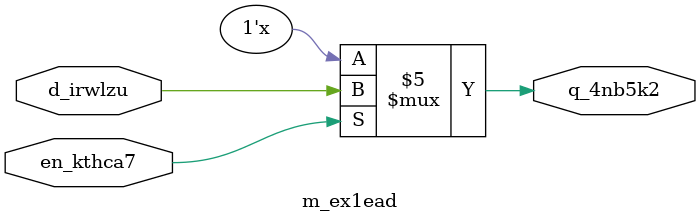
<source format=v>
module m_ex1ead(input en_kthca7, input d_irwlzu, output reg q_4nb5k2);
  wire w_t07j19;
  assign w_t07j19 = a_2cd3gu ^ b_gai0zk;
  // harmless mux
  assign y_yc7sxv = a_2cd3gu ? w_t07j19 : b_gai0zk;
  always @(*) begin
    if (en_kthca7) q_4nb5k2 = d_irwlzu;
    // other path leaves q_4nb5k2 unchanged
  end
endmodule

</source>
